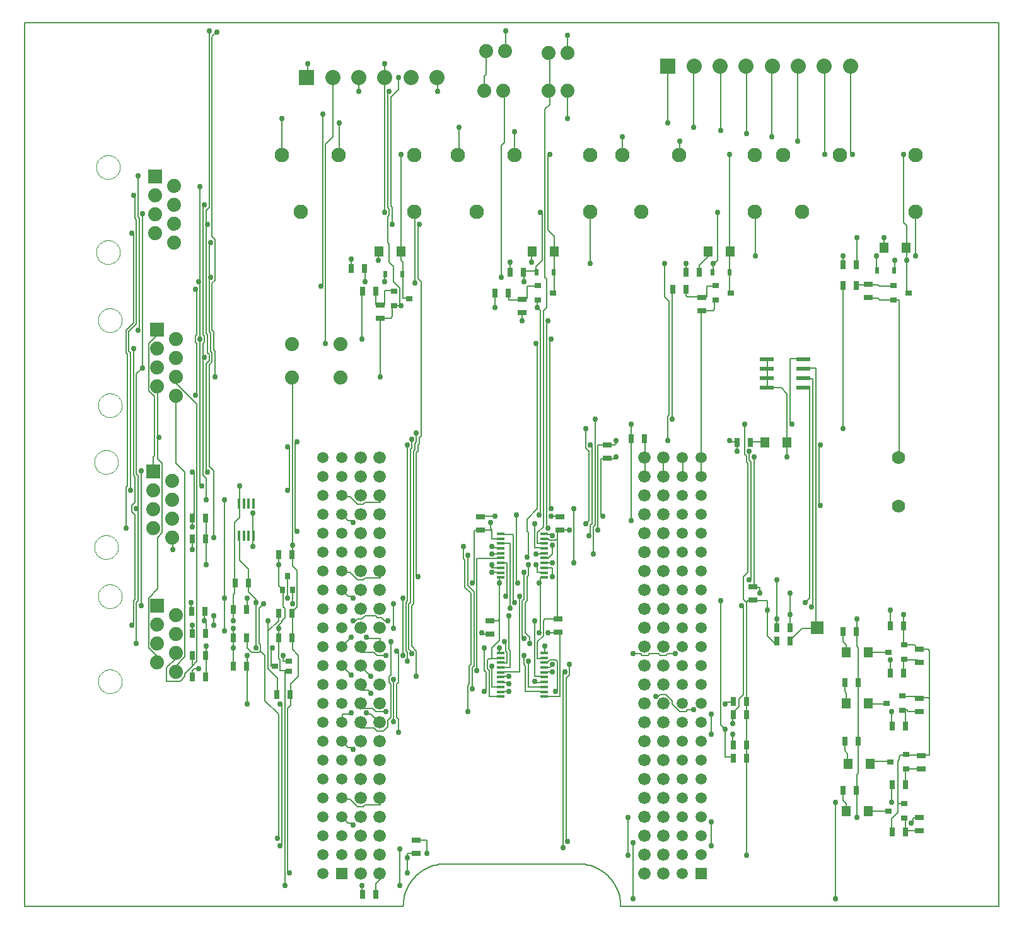
<source format=gtl>
G75*
G70*
%OFA0B0*%
%FSLAX24Y24*%
%IPPOS*%
%LPD*%
%AMOC8*
5,1,8,0,0,1.08239X$1,22.5*
%
%ADD10C,0.0660*%
%ADD11R,0.0800X0.0800*%
%ADD12C,0.0800*%
%ADD13C,0.0740*%
%ADD14C,0.0700*%
%ADD15R,0.0740X0.0740*%
%ADD16C,0.0000*%
%ADD17C,0.0768*%
%ADD18R,0.0157X0.0531*%
%ADD19R,0.0315X0.0472*%
%ADD20R,0.0472X0.0315*%
%ADD21R,0.0248X0.0327*%
%ADD22R,0.0354X0.0315*%
%ADD23R,0.0472X0.0551*%
%ADD24R,0.0390X0.0120*%
%ADD25R,0.0709X0.0709*%
%ADD26C,0.0050*%
%ADD27R,0.0591X0.0591*%
%ADD28C,0.0591*%
%ADD29R,0.0780X0.0220*%
%ADD30R,0.0354X0.0276*%
%ADD31R,0.0276X0.0354*%
%ADD32C,0.0060*%
%ADD33C,0.0300*%
D10*
X017875Y007625D03*
X017875Y008625D03*
X017875Y009625D03*
X017875Y010625D03*
X017875Y011625D03*
X017875Y012625D03*
X017875Y013625D03*
X017875Y014625D03*
X017875Y015625D03*
X017875Y016625D03*
X017875Y017625D03*
X017875Y018625D03*
X017875Y019625D03*
X017875Y020625D03*
X017875Y021625D03*
X017875Y022625D03*
X017875Y023625D03*
X017875Y024625D03*
X017875Y025625D03*
X017875Y026625D03*
X017875Y027625D03*
X017875Y028625D03*
X017875Y029625D03*
X018875Y029625D03*
X018875Y028625D03*
X018875Y027625D03*
X018875Y026625D03*
X018875Y025625D03*
X018875Y024625D03*
X018875Y023625D03*
X018875Y022625D03*
X018875Y021625D03*
X018875Y020625D03*
X018875Y019625D03*
X018875Y018625D03*
X018875Y017625D03*
X018875Y016625D03*
X018875Y015625D03*
X018875Y014625D03*
X018875Y013625D03*
X018875Y012625D03*
X018875Y011625D03*
X018875Y010625D03*
X018875Y009625D03*
X018875Y008625D03*
X018875Y007625D03*
X032875Y007625D03*
X032875Y008625D03*
X032875Y009625D03*
X032875Y010625D03*
X032875Y011625D03*
X032875Y012625D03*
X032875Y013625D03*
X032875Y014625D03*
X032875Y015625D03*
X032875Y016625D03*
X032875Y017625D03*
X032875Y018625D03*
X032875Y019625D03*
X032875Y020625D03*
X032875Y021625D03*
X032875Y022625D03*
X032875Y023625D03*
X032875Y024625D03*
X032875Y025625D03*
X032875Y026625D03*
X032875Y027625D03*
X032875Y028625D03*
X032875Y029625D03*
X033875Y029625D03*
X033875Y028625D03*
X033875Y027625D03*
X033875Y026625D03*
X033875Y025625D03*
X033875Y024625D03*
X033875Y023625D03*
X033875Y022625D03*
X033875Y021625D03*
X033875Y020625D03*
X033875Y019625D03*
X033875Y018625D03*
X033875Y017625D03*
X033875Y016625D03*
X033875Y015625D03*
X033875Y014625D03*
X033875Y013625D03*
X033875Y012625D03*
X033875Y011625D03*
X033875Y010625D03*
X033875Y009625D03*
X033875Y008625D03*
X033875Y007625D03*
D11*
X015025Y049725D03*
X034125Y050325D03*
D12*
X035503Y050325D03*
X036881Y050325D03*
X038259Y050325D03*
X039637Y050325D03*
X041015Y050325D03*
X042393Y050325D03*
X043771Y050325D03*
X021915Y049725D03*
X020537Y049725D03*
X019159Y049725D03*
X017781Y049725D03*
X016403Y049725D03*
D13*
X024425Y049025D03*
X025425Y049025D03*
X025525Y051125D03*
X024525Y051125D03*
X027825Y051025D03*
X028825Y051025D03*
X028825Y049025D03*
X027825Y049025D03*
X016805Y035615D03*
X016805Y033835D03*
X014245Y033835D03*
X014245Y035615D03*
X008125Y035875D03*
X008125Y034875D03*
X008125Y033875D03*
X008125Y032875D03*
X007125Y033375D03*
X007125Y034375D03*
X007125Y035375D03*
X008025Y040975D03*
X008025Y041975D03*
X008025Y042975D03*
X008025Y043975D03*
X007025Y043475D03*
X007025Y042475D03*
X007025Y041475D03*
X007925Y028375D03*
X007925Y027375D03*
X007925Y026375D03*
X007925Y025375D03*
X006925Y025875D03*
X006925Y026875D03*
X006925Y027875D03*
X008125Y021275D03*
X008125Y020275D03*
X008125Y019275D03*
X008125Y018275D03*
X007125Y018775D03*
X007125Y019775D03*
X007125Y020775D03*
D14*
X046325Y027045D03*
X046325Y029605D03*
D15*
X006925Y028875D03*
X007125Y021775D03*
X007125Y036375D03*
X007025Y044475D03*
D16*
X003895Y044975D02*
X003897Y045025D01*
X003903Y045075D01*
X003913Y045124D01*
X003927Y045172D01*
X003944Y045219D01*
X003965Y045264D01*
X003990Y045308D01*
X004018Y045349D01*
X004050Y045388D01*
X004084Y045425D01*
X004121Y045459D01*
X004161Y045489D01*
X004203Y045516D01*
X004247Y045540D01*
X004293Y045561D01*
X004340Y045577D01*
X004388Y045590D01*
X004438Y045599D01*
X004487Y045604D01*
X004538Y045605D01*
X004588Y045602D01*
X004637Y045595D01*
X004686Y045584D01*
X004734Y045569D01*
X004780Y045551D01*
X004825Y045529D01*
X004868Y045503D01*
X004909Y045474D01*
X004948Y045442D01*
X004984Y045407D01*
X005016Y045369D01*
X005046Y045329D01*
X005073Y045286D01*
X005096Y045242D01*
X005115Y045196D01*
X005131Y045148D01*
X005143Y045099D01*
X005151Y045050D01*
X005155Y045000D01*
X005155Y044950D01*
X005151Y044900D01*
X005143Y044851D01*
X005131Y044802D01*
X005115Y044754D01*
X005096Y044708D01*
X005073Y044664D01*
X005046Y044621D01*
X005016Y044581D01*
X004984Y044543D01*
X004948Y044508D01*
X004909Y044476D01*
X004868Y044447D01*
X004825Y044421D01*
X004780Y044399D01*
X004734Y044381D01*
X004686Y044366D01*
X004637Y044355D01*
X004588Y044348D01*
X004538Y044345D01*
X004487Y044346D01*
X004438Y044351D01*
X004388Y044360D01*
X004340Y044373D01*
X004293Y044389D01*
X004247Y044410D01*
X004203Y044434D01*
X004161Y044461D01*
X004121Y044491D01*
X004084Y044525D01*
X004050Y044562D01*
X004018Y044601D01*
X003990Y044642D01*
X003965Y044686D01*
X003944Y044731D01*
X003927Y044778D01*
X003913Y044826D01*
X003903Y044875D01*
X003897Y044925D01*
X003895Y044975D01*
X003895Y040475D02*
X003897Y040525D01*
X003903Y040575D01*
X003913Y040624D01*
X003927Y040672D01*
X003944Y040719D01*
X003965Y040764D01*
X003990Y040808D01*
X004018Y040849D01*
X004050Y040888D01*
X004084Y040925D01*
X004121Y040959D01*
X004161Y040989D01*
X004203Y041016D01*
X004247Y041040D01*
X004293Y041061D01*
X004340Y041077D01*
X004388Y041090D01*
X004438Y041099D01*
X004487Y041104D01*
X004538Y041105D01*
X004588Y041102D01*
X004637Y041095D01*
X004686Y041084D01*
X004734Y041069D01*
X004780Y041051D01*
X004825Y041029D01*
X004868Y041003D01*
X004909Y040974D01*
X004948Y040942D01*
X004984Y040907D01*
X005016Y040869D01*
X005046Y040829D01*
X005073Y040786D01*
X005096Y040742D01*
X005115Y040696D01*
X005131Y040648D01*
X005143Y040599D01*
X005151Y040550D01*
X005155Y040500D01*
X005155Y040450D01*
X005151Y040400D01*
X005143Y040351D01*
X005131Y040302D01*
X005115Y040254D01*
X005096Y040208D01*
X005073Y040164D01*
X005046Y040121D01*
X005016Y040081D01*
X004984Y040043D01*
X004948Y040008D01*
X004909Y039976D01*
X004868Y039947D01*
X004825Y039921D01*
X004780Y039899D01*
X004734Y039881D01*
X004686Y039866D01*
X004637Y039855D01*
X004588Y039848D01*
X004538Y039845D01*
X004487Y039846D01*
X004438Y039851D01*
X004388Y039860D01*
X004340Y039873D01*
X004293Y039889D01*
X004247Y039910D01*
X004203Y039934D01*
X004161Y039961D01*
X004121Y039991D01*
X004084Y040025D01*
X004050Y040062D01*
X004018Y040101D01*
X003990Y040142D01*
X003965Y040186D01*
X003944Y040231D01*
X003927Y040278D01*
X003913Y040326D01*
X003903Y040375D01*
X003897Y040425D01*
X003895Y040475D01*
X003995Y036875D02*
X003997Y036925D01*
X004003Y036975D01*
X004013Y037024D01*
X004027Y037072D01*
X004044Y037119D01*
X004065Y037164D01*
X004090Y037208D01*
X004118Y037249D01*
X004150Y037288D01*
X004184Y037325D01*
X004221Y037359D01*
X004261Y037389D01*
X004303Y037416D01*
X004347Y037440D01*
X004393Y037461D01*
X004440Y037477D01*
X004488Y037490D01*
X004538Y037499D01*
X004587Y037504D01*
X004638Y037505D01*
X004688Y037502D01*
X004737Y037495D01*
X004786Y037484D01*
X004834Y037469D01*
X004880Y037451D01*
X004925Y037429D01*
X004968Y037403D01*
X005009Y037374D01*
X005048Y037342D01*
X005084Y037307D01*
X005116Y037269D01*
X005146Y037229D01*
X005173Y037186D01*
X005196Y037142D01*
X005215Y037096D01*
X005231Y037048D01*
X005243Y036999D01*
X005251Y036950D01*
X005255Y036900D01*
X005255Y036850D01*
X005251Y036800D01*
X005243Y036751D01*
X005231Y036702D01*
X005215Y036654D01*
X005196Y036608D01*
X005173Y036564D01*
X005146Y036521D01*
X005116Y036481D01*
X005084Y036443D01*
X005048Y036408D01*
X005009Y036376D01*
X004968Y036347D01*
X004925Y036321D01*
X004880Y036299D01*
X004834Y036281D01*
X004786Y036266D01*
X004737Y036255D01*
X004688Y036248D01*
X004638Y036245D01*
X004587Y036246D01*
X004538Y036251D01*
X004488Y036260D01*
X004440Y036273D01*
X004393Y036289D01*
X004347Y036310D01*
X004303Y036334D01*
X004261Y036361D01*
X004221Y036391D01*
X004184Y036425D01*
X004150Y036462D01*
X004118Y036501D01*
X004090Y036542D01*
X004065Y036586D01*
X004044Y036631D01*
X004027Y036678D01*
X004013Y036726D01*
X004003Y036775D01*
X003997Y036825D01*
X003995Y036875D01*
X003995Y032375D02*
X003997Y032425D01*
X004003Y032475D01*
X004013Y032524D01*
X004027Y032572D01*
X004044Y032619D01*
X004065Y032664D01*
X004090Y032708D01*
X004118Y032749D01*
X004150Y032788D01*
X004184Y032825D01*
X004221Y032859D01*
X004261Y032889D01*
X004303Y032916D01*
X004347Y032940D01*
X004393Y032961D01*
X004440Y032977D01*
X004488Y032990D01*
X004538Y032999D01*
X004587Y033004D01*
X004638Y033005D01*
X004688Y033002D01*
X004737Y032995D01*
X004786Y032984D01*
X004834Y032969D01*
X004880Y032951D01*
X004925Y032929D01*
X004968Y032903D01*
X005009Y032874D01*
X005048Y032842D01*
X005084Y032807D01*
X005116Y032769D01*
X005146Y032729D01*
X005173Y032686D01*
X005196Y032642D01*
X005215Y032596D01*
X005231Y032548D01*
X005243Y032499D01*
X005251Y032450D01*
X005255Y032400D01*
X005255Y032350D01*
X005251Y032300D01*
X005243Y032251D01*
X005231Y032202D01*
X005215Y032154D01*
X005196Y032108D01*
X005173Y032064D01*
X005146Y032021D01*
X005116Y031981D01*
X005084Y031943D01*
X005048Y031908D01*
X005009Y031876D01*
X004968Y031847D01*
X004925Y031821D01*
X004880Y031799D01*
X004834Y031781D01*
X004786Y031766D01*
X004737Y031755D01*
X004688Y031748D01*
X004638Y031745D01*
X004587Y031746D01*
X004538Y031751D01*
X004488Y031760D01*
X004440Y031773D01*
X004393Y031789D01*
X004347Y031810D01*
X004303Y031834D01*
X004261Y031861D01*
X004221Y031891D01*
X004184Y031925D01*
X004150Y031962D01*
X004118Y032001D01*
X004090Y032042D01*
X004065Y032086D01*
X004044Y032131D01*
X004027Y032178D01*
X004013Y032226D01*
X004003Y032275D01*
X003997Y032325D01*
X003995Y032375D01*
X003795Y029375D02*
X003797Y029425D01*
X003803Y029475D01*
X003813Y029524D01*
X003827Y029572D01*
X003844Y029619D01*
X003865Y029664D01*
X003890Y029708D01*
X003918Y029749D01*
X003950Y029788D01*
X003984Y029825D01*
X004021Y029859D01*
X004061Y029889D01*
X004103Y029916D01*
X004147Y029940D01*
X004193Y029961D01*
X004240Y029977D01*
X004288Y029990D01*
X004338Y029999D01*
X004387Y030004D01*
X004438Y030005D01*
X004488Y030002D01*
X004537Y029995D01*
X004586Y029984D01*
X004634Y029969D01*
X004680Y029951D01*
X004725Y029929D01*
X004768Y029903D01*
X004809Y029874D01*
X004848Y029842D01*
X004884Y029807D01*
X004916Y029769D01*
X004946Y029729D01*
X004973Y029686D01*
X004996Y029642D01*
X005015Y029596D01*
X005031Y029548D01*
X005043Y029499D01*
X005051Y029450D01*
X005055Y029400D01*
X005055Y029350D01*
X005051Y029300D01*
X005043Y029251D01*
X005031Y029202D01*
X005015Y029154D01*
X004996Y029108D01*
X004973Y029064D01*
X004946Y029021D01*
X004916Y028981D01*
X004884Y028943D01*
X004848Y028908D01*
X004809Y028876D01*
X004768Y028847D01*
X004725Y028821D01*
X004680Y028799D01*
X004634Y028781D01*
X004586Y028766D01*
X004537Y028755D01*
X004488Y028748D01*
X004438Y028745D01*
X004387Y028746D01*
X004338Y028751D01*
X004288Y028760D01*
X004240Y028773D01*
X004193Y028789D01*
X004147Y028810D01*
X004103Y028834D01*
X004061Y028861D01*
X004021Y028891D01*
X003984Y028925D01*
X003950Y028962D01*
X003918Y029001D01*
X003890Y029042D01*
X003865Y029086D01*
X003844Y029131D01*
X003827Y029178D01*
X003813Y029226D01*
X003803Y029275D01*
X003797Y029325D01*
X003795Y029375D01*
X003795Y024875D02*
X003797Y024925D01*
X003803Y024975D01*
X003813Y025024D01*
X003827Y025072D01*
X003844Y025119D01*
X003865Y025164D01*
X003890Y025208D01*
X003918Y025249D01*
X003950Y025288D01*
X003984Y025325D01*
X004021Y025359D01*
X004061Y025389D01*
X004103Y025416D01*
X004147Y025440D01*
X004193Y025461D01*
X004240Y025477D01*
X004288Y025490D01*
X004338Y025499D01*
X004387Y025504D01*
X004438Y025505D01*
X004488Y025502D01*
X004537Y025495D01*
X004586Y025484D01*
X004634Y025469D01*
X004680Y025451D01*
X004725Y025429D01*
X004768Y025403D01*
X004809Y025374D01*
X004848Y025342D01*
X004884Y025307D01*
X004916Y025269D01*
X004946Y025229D01*
X004973Y025186D01*
X004996Y025142D01*
X005015Y025096D01*
X005031Y025048D01*
X005043Y024999D01*
X005051Y024950D01*
X005055Y024900D01*
X005055Y024850D01*
X005051Y024800D01*
X005043Y024751D01*
X005031Y024702D01*
X005015Y024654D01*
X004996Y024608D01*
X004973Y024564D01*
X004946Y024521D01*
X004916Y024481D01*
X004884Y024443D01*
X004848Y024408D01*
X004809Y024376D01*
X004768Y024347D01*
X004725Y024321D01*
X004680Y024299D01*
X004634Y024281D01*
X004586Y024266D01*
X004537Y024255D01*
X004488Y024248D01*
X004438Y024245D01*
X004387Y024246D01*
X004338Y024251D01*
X004288Y024260D01*
X004240Y024273D01*
X004193Y024289D01*
X004147Y024310D01*
X004103Y024334D01*
X004061Y024361D01*
X004021Y024391D01*
X003984Y024425D01*
X003950Y024462D01*
X003918Y024501D01*
X003890Y024542D01*
X003865Y024586D01*
X003844Y024631D01*
X003827Y024678D01*
X003813Y024726D01*
X003803Y024775D01*
X003797Y024825D01*
X003795Y024875D01*
X003995Y022275D02*
X003997Y022325D01*
X004003Y022375D01*
X004013Y022424D01*
X004027Y022472D01*
X004044Y022519D01*
X004065Y022564D01*
X004090Y022608D01*
X004118Y022649D01*
X004150Y022688D01*
X004184Y022725D01*
X004221Y022759D01*
X004261Y022789D01*
X004303Y022816D01*
X004347Y022840D01*
X004393Y022861D01*
X004440Y022877D01*
X004488Y022890D01*
X004538Y022899D01*
X004587Y022904D01*
X004638Y022905D01*
X004688Y022902D01*
X004737Y022895D01*
X004786Y022884D01*
X004834Y022869D01*
X004880Y022851D01*
X004925Y022829D01*
X004968Y022803D01*
X005009Y022774D01*
X005048Y022742D01*
X005084Y022707D01*
X005116Y022669D01*
X005146Y022629D01*
X005173Y022586D01*
X005196Y022542D01*
X005215Y022496D01*
X005231Y022448D01*
X005243Y022399D01*
X005251Y022350D01*
X005255Y022300D01*
X005255Y022250D01*
X005251Y022200D01*
X005243Y022151D01*
X005231Y022102D01*
X005215Y022054D01*
X005196Y022008D01*
X005173Y021964D01*
X005146Y021921D01*
X005116Y021881D01*
X005084Y021843D01*
X005048Y021808D01*
X005009Y021776D01*
X004968Y021747D01*
X004925Y021721D01*
X004880Y021699D01*
X004834Y021681D01*
X004786Y021666D01*
X004737Y021655D01*
X004688Y021648D01*
X004638Y021645D01*
X004587Y021646D01*
X004538Y021651D01*
X004488Y021660D01*
X004440Y021673D01*
X004393Y021689D01*
X004347Y021710D01*
X004303Y021734D01*
X004261Y021761D01*
X004221Y021791D01*
X004184Y021825D01*
X004150Y021862D01*
X004118Y021901D01*
X004090Y021942D01*
X004065Y021986D01*
X004044Y022031D01*
X004027Y022078D01*
X004013Y022126D01*
X004003Y022175D01*
X003997Y022225D01*
X003995Y022275D01*
X003995Y017775D02*
X003997Y017825D01*
X004003Y017875D01*
X004013Y017924D01*
X004027Y017972D01*
X004044Y018019D01*
X004065Y018064D01*
X004090Y018108D01*
X004118Y018149D01*
X004150Y018188D01*
X004184Y018225D01*
X004221Y018259D01*
X004261Y018289D01*
X004303Y018316D01*
X004347Y018340D01*
X004393Y018361D01*
X004440Y018377D01*
X004488Y018390D01*
X004538Y018399D01*
X004587Y018404D01*
X004638Y018405D01*
X004688Y018402D01*
X004737Y018395D01*
X004786Y018384D01*
X004834Y018369D01*
X004880Y018351D01*
X004925Y018329D01*
X004968Y018303D01*
X005009Y018274D01*
X005048Y018242D01*
X005084Y018207D01*
X005116Y018169D01*
X005146Y018129D01*
X005173Y018086D01*
X005196Y018042D01*
X005215Y017996D01*
X005231Y017948D01*
X005243Y017899D01*
X005251Y017850D01*
X005255Y017800D01*
X005255Y017750D01*
X005251Y017700D01*
X005243Y017651D01*
X005231Y017602D01*
X005215Y017554D01*
X005196Y017508D01*
X005173Y017464D01*
X005146Y017421D01*
X005116Y017381D01*
X005084Y017343D01*
X005048Y017308D01*
X005009Y017276D01*
X004968Y017247D01*
X004925Y017221D01*
X004880Y017199D01*
X004834Y017181D01*
X004786Y017166D01*
X004737Y017155D01*
X004688Y017148D01*
X004638Y017145D01*
X004587Y017146D01*
X004538Y017151D01*
X004488Y017160D01*
X004440Y017173D01*
X004393Y017189D01*
X004347Y017210D01*
X004303Y017234D01*
X004261Y017261D01*
X004221Y017291D01*
X004184Y017325D01*
X004150Y017362D01*
X004118Y017401D01*
X004090Y017442D01*
X004065Y017486D01*
X004044Y017531D01*
X004027Y017578D01*
X004013Y017626D01*
X004003Y017675D01*
X003997Y017725D01*
X003995Y017775D01*
D17*
X014725Y042625D03*
X013725Y045625D03*
X016725Y045625D03*
X020725Y045625D03*
X023025Y045625D03*
X026025Y045625D03*
X024025Y042625D03*
X020725Y042625D03*
X030025Y042625D03*
X032725Y042625D03*
X031725Y045625D03*
X030025Y045625D03*
X034725Y045625D03*
X038725Y045625D03*
X040225Y045625D03*
X043225Y045625D03*
X041225Y042625D03*
X038725Y042625D03*
X047225Y042625D03*
X047225Y045625D03*
D18*
X012209Y027181D03*
X011953Y027181D03*
X011697Y027181D03*
X011441Y027181D03*
X011441Y025469D03*
X011697Y025469D03*
X011953Y025469D03*
X012209Y025469D03*
D19*
X013551Y024475D03*
X014259Y024475D03*
X011959Y022975D03*
X011251Y022975D03*
X011151Y021575D03*
X011859Y021575D03*
X011859Y020075D03*
X011151Y020075D03*
X009679Y020305D03*
X008971Y020305D03*
X008961Y019145D03*
X009669Y019145D03*
X009689Y018005D03*
X008981Y018005D03*
X011151Y018575D03*
X011859Y018575D03*
X013451Y017075D03*
X014159Y017075D03*
X014259Y020075D03*
X013551Y020075D03*
X013551Y021375D03*
X014259Y021375D03*
X009639Y021485D03*
X008931Y021485D03*
X008971Y025325D03*
X009679Y025325D03*
X009679Y026425D03*
X008971Y026425D03*
X017971Y038425D03*
X018679Y038425D03*
X018079Y039625D03*
X017371Y039625D03*
X024971Y038325D03*
X025679Y038325D03*
X025771Y039425D03*
X026479Y039425D03*
X034371Y038525D03*
X035079Y038525D03*
X035071Y039425D03*
X035779Y039425D03*
X043371Y039825D03*
X044079Y039825D03*
X044079Y038725D03*
X043371Y038725D03*
X038479Y030425D03*
X037771Y030425D03*
X032879Y030625D03*
X032171Y030625D03*
X039871Y020625D03*
X040579Y020625D03*
X040579Y019925D03*
X039871Y019925D03*
X043371Y020425D03*
X044079Y020425D03*
X045871Y020725D03*
X046579Y020725D03*
X046579Y018225D03*
X045871Y018225D03*
X044179Y017725D03*
X043471Y017725D03*
X045971Y015425D03*
X046679Y015425D03*
X044179Y014625D03*
X043471Y014625D03*
X045971Y012325D03*
X046679Y012325D03*
X046679Y009825D03*
X045971Y009825D03*
X044079Y012025D03*
X043371Y012025D03*
X038279Y013725D03*
X038279Y014425D03*
X037571Y014425D03*
X037571Y013725D03*
X037571Y016025D03*
X037571Y016725D03*
X038279Y016725D03*
X038279Y016025D03*
X018679Y006525D03*
X017971Y006525D03*
D20*
X020825Y008671D03*
X020825Y009379D03*
X024725Y020271D03*
X024725Y020979D03*
X028325Y021079D03*
X028325Y020371D03*
X028425Y025771D03*
X028425Y026479D03*
X030925Y029571D03*
X030925Y030279D03*
X024225Y026479D03*
X024225Y025771D03*
X026425Y037271D03*
X026425Y037979D03*
X018925Y037679D03*
X018925Y036971D03*
X035925Y037371D03*
X035925Y038079D03*
X044725Y038071D03*
X044725Y038779D03*
X038625Y022779D03*
X038625Y022071D03*
X047425Y019479D03*
X047425Y018771D03*
X047425Y016879D03*
X047425Y016171D03*
X047525Y013859D03*
X047525Y013151D03*
X047425Y010579D03*
X047425Y009871D03*
D21*
X046078Y039525D03*
X045172Y039525D03*
X037378Y039425D03*
X036472Y039425D03*
X028078Y039425D03*
X027172Y039425D03*
X020078Y039325D03*
X019172Y039325D03*
D22*
X019631Y038399D03*
X019631Y037651D03*
X020458Y038025D03*
X027231Y037951D03*
X027231Y038699D03*
X028058Y038325D03*
X036631Y037951D03*
X036631Y038699D03*
X037458Y038325D03*
X046031Y037951D03*
X046031Y038699D03*
X046858Y038325D03*
X046619Y019699D03*
X046619Y018951D03*
X045792Y019325D03*
X046519Y016999D03*
X045692Y016625D03*
X046519Y016251D03*
X046719Y013899D03*
X046719Y013151D03*
X045892Y013525D03*
X046619Y011299D03*
X046619Y010551D03*
X045792Y010925D03*
D23*
X044716Y010925D03*
X043534Y010925D03*
X043634Y013425D03*
X044816Y013425D03*
X044716Y016625D03*
X043534Y016625D03*
X043534Y019325D03*
X044716Y019325D03*
X040416Y030425D03*
X039234Y030425D03*
X037416Y040525D03*
X036234Y040525D03*
X028116Y040525D03*
X026934Y040525D03*
X020016Y040525D03*
X018834Y040525D03*
X045534Y040725D03*
X046716Y040725D03*
D24*
X027574Y025577D03*
X027574Y025321D03*
X027574Y025065D03*
X027574Y024809D03*
X027574Y024553D03*
X027574Y024297D03*
X027574Y024041D03*
X027574Y023785D03*
X027574Y023529D03*
X027574Y023273D03*
X025276Y023273D03*
X025276Y023529D03*
X025276Y023785D03*
X025276Y024041D03*
X025276Y024297D03*
X025276Y024553D03*
X025276Y024809D03*
X025276Y025065D03*
X025276Y025321D03*
X025276Y025577D03*
X025276Y019277D03*
X025276Y019021D03*
X025276Y018765D03*
X025276Y018509D03*
X025276Y018253D03*
X025276Y017997D03*
X025276Y017741D03*
X025276Y017485D03*
X025276Y017229D03*
X025276Y016973D03*
X027574Y016973D03*
X027574Y017229D03*
X027574Y017485D03*
X027574Y017741D03*
X027574Y017997D03*
X027574Y018253D03*
X027574Y018509D03*
X027574Y018765D03*
X027574Y019021D03*
X027574Y019277D03*
D25*
X042025Y020625D03*
D26*
X000125Y005875D02*
X000125Y052625D01*
X051625Y052625D01*
X051625Y005875D01*
X031625Y005875D01*
X031622Y005982D01*
X031615Y006089D01*
X031602Y006195D01*
X031584Y006301D01*
X031562Y006405D01*
X031534Y006509D01*
X031501Y006611D01*
X031464Y006711D01*
X031422Y006810D01*
X031375Y006906D01*
X031324Y007000D01*
X031268Y007091D01*
X031208Y007180D01*
X031144Y007266D01*
X031075Y007348D01*
X031003Y007428D01*
X030928Y007503D01*
X030848Y007575D01*
X030766Y007644D01*
X030680Y007708D01*
X030591Y007768D01*
X030500Y007824D01*
X030406Y007875D01*
X030310Y007922D01*
X030211Y007964D01*
X030111Y008001D01*
X030009Y008034D01*
X029905Y008062D01*
X029801Y008084D01*
X029695Y008102D01*
X029589Y008115D01*
X029482Y008122D01*
X029375Y008125D01*
X022375Y008125D01*
X022268Y008122D01*
X022161Y008115D01*
X022055Y008102D01*
X021949Y008084D01*
X021845Y008062D01*
X021741Y008034D01*
X021639Y008001D01*
X021539Y007964D01*
X021440Y007922D01*
X021344Y007875D01*
X021250Y007824D01*
X021159Y007768D01*
X021070Y007708D01*
X020984Y007644D01*
X020902Y007575D01*
X020822Y007503D01*
X020747Y007428D01*
X020675Y007348D01*
X020606Y007266D01*
X020542Y007180D01*
X020482Y007091D01*
X020426Y007000D01*
X020375Y006906D01*
X020328Y006810D01*
X020286Y006711D01*
X020249Y006611D01*
X020216Y006509D01*
X020188Y006405D01*
X020166Y006301D01*
X020148Y006195D01*
X020135Y006089D01*
X020128Y005982D01*
X020125Y005875D01*
X000125Y005875D01*
D27*
X016875Y007625D03*
X035875Y007625D03*
D28*
X035875Y008625D03*
X035875Y009625D03*
X035875Y010625D03*
X035875Y011625D03*
X035875Y012625D03*
X035875Y013625D03*
X035875Y014625D03*
X035875Y015625D03*
X035875Y016625D03*
X035875Y017625D03*
X035875Y018625D03*
X035875Y019625D03*
X035875Y020625D03*
X035875Y021625D03*
X035875Y022625D03*
X035875Y023625D03*
X035875Y024625D03*
X035875Y025625D03*
X035875Y026625D03*
X035875Y027625D03*
X035875Y028625D03*
X035875Y029625D03*
X034875Y029625D03*
X034875Y028625D03*
X034875Y027625D03*
X034875Y026625D03*
X034875Y025625D03*
X034875Y024625D03*
X034875Y023625D03*
X034875Y022625D03*
X034875Y021625D03*
X034875Y020625D03*
X034875Y019625D03*
X034875Y018625D03*
X034875Y017625D03*
X034875Y016625D03*
X034875Y015625D03*
X034875Y014625D03*
X034875Y013625D03*
X034875Y012625D03*
X034875Y011625D03*
X034875Y010625D03*
X034875Y009625D03*
X034875Y008625D03*
X034875Y007625D03*
X016875Y008625D03*
X016875Y009625D03*
X016875Y010625D03*
X016875Y011625D03*
X016875Y012625D03*
X016875Y013625D03*
X016875Y014625D03*
X016875Y015625D03*
X016875Y016625D03*
X016875Y017625D03*
X016875Y018625D03*
X016875Y019625D03*
X016875Y020625D03*
X016875Y021625D03*
X016875Y022625D03*
X016875Y023625D03*
X016875Y024625D03*
X016875Y025625D03*
X016875Y026625D03*
X016875Y027625D03*
X016875Y028625D03*
X016875Y029625D03*
X015875Y029625D03*
X015875Y028625D03*
X015875Y027625D03*
X015875Y026625D03*
X015875Y025625D03*
X015875Y024625D03*
X015875Y023625D03*
X015875Y022625D03*
X015875Y021625D03*
X015875Y020625D03*
X015875Y019625D03*
X015875Y018625D03*
X015875Y017625D03*
X015875Y016625D03*
X015875Y015625D03*
X015875Y014625D03*
X015875Y013625D03*
X015875Y012625D03*
X015875Y011625D03*
X015875Y010625D03*
X015875Y009625D03*
X015875Y008625D03*
X015875Y007625D03*
D29*
X039335Y033325D03*
X039335Y033825D03*
X039335Y034325D03*
X039335Y034825D03*
X041275Y034825D03*
X041275Y034325D03*
X041275Y033825D03*
X041275Y033325D03*
D30*
X014079Y018831D03*
X014079Y018319D03*
X013331Y018575D03*
D31*
X013749Y022601D03*
X014261Y022601D03*
X014005Y023349D03*
D32*
X014025Y023315D01*
X014025Y022195D01*
X014265Y021875D02*
X014265Y022595D01*
X014261Y022601D01*
X013785Y022595D02*
X013785Y021715D01*
X013865Y021635D01*
X013865Y021155D01*
X013705Y020995D01*
X013705Y020915D01*
X013545Y020755D01*
X013545Y020595D01*
X013545Y020115D01*
X013551Y020075D01*
X013545Y020035D01*
X013545Y018995D01*
X013625Y018915D01*
X013625Y018355D01*
X013865Y018355D01*
X013865Y006995D01*
X014105Y007635D02*
X014025Y007715D01*
X014025Y016355D01*
X014185Y016515D01*
X014185Y017075D01*
X014159Y017075D01*
X014185Y017075D02*
X014185Y017635D01*
X014585Y018035D01*
X014585Y019155D01*
X014265Y019475D01*
X014265Y020035D01*
X014259Y020075D01*
X014265Y020115D01*
X014265Y021315D01*
X014259Y021375D01*
X014265Y021395D01*
X014265Y021475D01*
X014505Y021715D01*
X014505Y023635D01*
X014265Y023875D01*
X014265Y024435D01*
X014259Y024475D01*
X014265Y024515D01*
X014265Y024995D01*
X014265Y033795D01*
X014245Y033835D01*
X016025Y035635D02*
X016025Y046195D01*
X016425Y046595D01*
X016425Y049715D01*
X016403Y049725D01*
X015065Y049795D02*
X015025Y049725D01*
X015065Y049795D02*
X015065Y050435D01*
X015865Y047795D02*
X015865Y038755D01*
X015785Y038675D01*
X017371Y039625D02*
X017385Y039635D01*
X017385Y040115D01*
X018079Y039625D02*
X018105Y039555D01*
X018105Y038915D01*
X017971Y038425D02*
X017945Y038355D01*
X017945Y035875D01*
X018905Y036915D02*
X018925Y036971D01*
X018985Y036995D01*
X019465Y036995D01*
X019545Y037075D01*
X019545Y037635D01*
X019625Y037635D01*
X019631Y037651D01*
X019705Y037635D01*
X019945Y037635D01*
X020025Y037635D01*
X019945Y037635D02*
X019945Y038595D01*
X019625Y038915D01*
X019625Y039715D01*
X019385Y039955D01*
X019385Y040915D01*
X019305Y040995D01*
X019305Y042355D01*
X019385Y042435D01*
X019385Y042755D01*
X019305Y042835D01*
X019305Y048915D01*
X019385Y048995D01*
X019465Y048675D02*
X019865Y049075D01*
X019865Y049715D01*
X019159Y049725D02*
X019145Y049715D01*
X019145Y042595D01*
X019465Y042915D02*
X019465Y048675D01*
X019159Y049725D02*
X019145Y049795D01*
X019145Y050435D01*
X017781Y049725D02*
X017785Y049715D01*
X017785Y048995D01*
X016745Y047315D02*
X016745Y045635D01*
X016725Y045625D01*
X019465Y042915D02*
X019545Y042835D01*
X019545Y041955D01*
X020725Y042625D02*
X020745Y042595D01*
X020745Y038835D01*
X020905Y039075D02*
X021065Y038915D01*
X021065Y030755D01*
X020985Y030675D01*
X020985Y030355D01*
X020905Y030275D01*
X020905Y029955D01*
X020825Y029875D01*
X020825Y023395D01*
X020905Y023315D01*
X020105Y022195D02*
X020105Y019155D01*
X019865Y019315D02*
X019865Y017715D01*
X019785Y017635D01*
X019785Y015875D01*
X019865Y015795D01*
X019865Y015075D01*
X019625Y015635D02*
X019625Y017875D01*
X019465Y017635D02*
X019465Y015875D01*
X019305Y015715D01*
X019305Y015395D01*
X019065Y015155D01*
X018745Y015155D01*
X018585Y015315D01*
X017865Y015315D01*
X017865Y015555D01*
X017875Y015625D01*
X018185Y016035D02*
X018185Y016115D01*
X018185Y016035D02*
X018425Y016035D01*
X018825Y015635D01*
X018875Y015625D01*
X018665Y016195D02*
X018505Y016355D01*
X017865Y016355D01*
X017865Y016595D01*
X017875Y016625D01*
X017865Y017315D02*
X017865Y017555D01*
X017875Y017625D01*
X017865Y017315D02*
X018265Y017315D01*
X018425Y017155D01*
X018425Y018035D02*
X017945Y018515D01*
X017865Y018515D01*
X017865Y018595D01*
X017875Y018625D01*
X017865Y019315D02*
X017865Y019555D01*
X017875Y019625D01*
X017865Y019315D02*
X018585Y019315D01*
X018745Y019155D01*
X019225Y019155D01*
X018905Y019635D02*
X018875Y019625D01*
X018905Y019635D02*
X018905Y020035D01*
X018265Y020035D01*
X018185Y020115D01*
X017945Y021075D02*
X017705Y021075D01*
X017625Y020995D01*
X017465Y020995D01*
X017945Y021075D02*
X018105Y021235D01*
X018665Y021235D01*
X018745Y021155D01*
X018985Y021155D01*
X019145Y020995D01*
X019305Y020995D01*
X019625Y020595D02*
X019625Y021875D01*
X020265Y021955D02*
X020345Y022035D01*
X020345Y030275D01*
X020585Y030115D02*
X020585Y030595D01*
X020825Y030435D02*
X020825Y030915D01*
X020825Y030435D02*
X020745Y030355D01*
X020745Y030035D01*
X020665Y029955D01*
X020665Y021875D01*
X020585Y021795D01*
X020585Y019635D01*
X020825Y019395D01*
X020825Y018035D01*
X020345Y018835D02*
X020345Y019315D01*
X020265Y019395D01*
X020265Y021955D01*
X020425Y021875D02*
X020505Y021955D01*
X020505Y030035D01*
X020585Y030115D01*
X018875Y027625D02*
X018905Y027555D01*
X018905Y027235D01*
X018105Y027235D01*
X018025Y027155D01*
X017705Y027155D01*
X017305Y027555D01*
X016905Y027555D01*
X016875Y027625D01*
X016875Y026625D02*
X017225Y026275D01*
X017465Y026275D01*
X017465Y026195D01*
X016875Y023625D02*
X016905Y023555D01*
X017305Y023555D01*
X017705Y023155D01*
X018025Y023155D01*
X018105Y023235D01*
X018905Y023235D01*
X018905Y023555D01*
X018875Y023625D01*
X017465Y022275D02*
X017465Y022195D01*
X017465Y022275D02*
X017225Y022275D01*
X016875Y022625D01*
X017385Y020115D02*
X016905Y019635D01*
X016875Y019625D01*
X016875Y018625D02*
X017385Y018115D01*
X017385Y016115D02*
X017305Y016035D01*
X016905Y016035D01*
X016905Y015635D01*
X016875Y015625D01*
X016875Y014625D02*
X017225Y014275D01*
X017465Y014275D01*
X017465Y014195D01*
X018665Y016195D02*
X019225Y016195D01*
X019465Y017635D02*
X019385Y017715D01*
X019385Y018035D01*
X019465Y018115D01*
X019465Y019875D01*
X019785Y019395D02*
X019865Y019315D01*
X020425Y019475D02*
X020425Y021875D01*
X020425Y019475D02*
X020505Y019395D01*
X020505Y019315D01*
X020585Y019235D01*
X023625Y018595D02*
X023625Y017635D01*
X023545Y017555D01*
X023545Y016195D01*
X023785Y017395D02*
X023785Y018515D01*
X023865Y018595D01*
X023865Y022515D01*
X023545Y022835D01*
X023545Y024435D01*
X023385Y024195D02*
X023305Y024275D01*
X023305Y024915D01*
X024025Y024275D02*
X024025Y018355D01*
X024425Y018355D02*
X024425Y019555D01*
X024825Y019555D02*
X025225Y019955D01*
X025225Y021075D01*
X025145Y020995D01*
X024745Y020995D01*
X024725Y020979D01*
X025225Y021075D02*
X025225Y022995D01*
X025225Y023235D01*
X025276Y023273D01*
X025276Y023529D02*
X025225Y023555D01*
X024825Y023555D01*
X024825Y023795D02*
X024825Y023955D01*
X024825Y023795D02*
X025225Y023795D01*
X025276Y023785D01*
X025305Y024035D02*
X025276Y024041D01*
X025305Y024035D02*
X025625Y024035D01*
X025625Y022355D01*
X025545Y022275D01*
X025945Y022035D02*
X026025Y021955D01*
X025945Y022035D02*
X025945Y025555D01*
X025305Y025555D01*
X025276Y025577D01*
X025276Y025321D02*
X025225Y025315D01*
X024825Y025315D01*
X024825Y025715D01*
X024825Y025795D01*
X024745Y025875D01*
X024745Y026195D01*
X024745Y025795D02*
X024265Y025795D01*
X024225Y025771D01*
X024185Y025795D01*
X023945Y025795D01*
X023865Y025715D01*
X023865Y023075D01*
X023785Y022995D01*
X023385Y022755D02*
X023705Y022435D01*
X023705Y018675D01*
X023625Y018595D01*
X024425Y018355D02*
X024505Y018275D01*
X024505Y017235D01*
X024425Y017235D01*
X024665Y016995D02*
X024665Y018355D01*
X024585Y018435D01*
X024585Y018915D01*
X024665Y018995D01*
X024825Y018995D01*
X024825Y019555D01*
X025225Y019555D02*
X025225Y019315D01*
X025276Y019277D01*
X025276Y019021D02*
X025225Y018995D01*
X024825Y018995D01*
X024825Y018595D02*
X024825Y017475D01*
X025225Y017475D01*
X025276Y017485D01*
X025305Y017715D02*
X025276Y017741D01*
X025305Y017715D02*
X025625Y017715D01*
X025705Y017635D01*
X025705Y017235D02*
X025305Y017235D01*
X025276Y017229D01*
X025225Y016995D02*
X025276Y016973D01*
X025225Y016995D02*
X024665Y016995D01*
X025276Y017997D02*
X025305Y018035D01*
X025705Y018035D01*
X025305Y018275D02*
X025276Y018253D01*
X025305Y018275D02*
X026265Y018275D01*
X026265Y022275D01*
X026425Y022035D02*
X026425Y020115D01*
X026505Y020035D01*
X026825Y020115D02*
X026825Y019795D01*
X026825Y020115D02*
X026585Y020355D01*
X026585Y021955D01*
X026665Y022035D01*
X026665Y023315D01*
X026745Y023395D01*
X026745Y023955D01*
X027145Y023955D02*
X027225Y023875D01*
X027225Y023555D01*
X027545Y023555D01*
X027574Y023529D01*
X027574Y023273D02*
X027545Y023235D01*
X027385Y023235D01*
X027385Y022995D01*
X027305Y022995D01*
X027385Y022995D02*
X027385Y020435D01*
X027305Y020355D01*
X027545Y020195D02*
X027225Y019875D01*
X027225Y018995D01*
X027545Y018995D01*
X027574Y019021D01*
X027574Y019277D02*
X027625Y019315D01*
X027625Y019635D01*
X027545Y020195D02*
X027545Y020995D01*
X027625Y021075D01*
X028265Y021075D01*
X028325Y021079D01*
X028265Y021155D01*
X028265Y025315D01*
X028265Y025795D01*
X028425Y025795D01*
X028425Y025771D01*
X028425Y025795D02*
X028905Y025795D01*
X028265Y025315D02*
X028185Y025235D01*
X027865Y025235D01*
X027785Y025315D01*
X027625Y025315D01*
X027574Y025321D01*
X027625Y025555D02*
X027574Y025577D01*
X027625Y025555D02*
X028025Y025555D01*
X028025Y025475D01*
X027785Y025875D02*
X027705Y025955D01*
X027705Y036755D01*
X027785Y036835D01*
X027545Y037395D02*
X027705Y037555D01*
X027705Y039075D01*
X027625Y039155D01*
X027625Y048035D01*
X027865Y048275D01*
X027865Y048995D01*
X027825Y049025D01*
X027865Y049075D01*
X027865Y050995D01*
X027825Y051025D01*
X028825Y051025D02*
X028825Y051955D01*
X028825Y049025D02*
X028825Y047555D01*
X027865Y045635D02*
X027785Y045555D01*
X027785Y041635D01*
X028105Y041315D01*
X028105Y040595D01*
X028116Y040525D01*
X028105Y040515D01*
X028105Y039475D01*
X028078Y039425D01*
X028105Y039395D01*
X028105Y038355D01*
X028058Y038325D01*
X027225Y038675D02*
X027231Y038699D01*
X027225Y038675D02*
X026665Y038675D01*
X026665Y038035D01*
X026585Y037955D01*
X026425Y037955D01*
X026425Y037979D01*
X026425Y037955D02*
X025705Y037955D01*
X025705Y038275D01*
X025679Y038325D01*
X024985Y038275D02*
X024985Y037555D01*
X024985Y038275D02*
X024971Y038325D01*
X025305Y039155D02*
X025305Y046115D01*
X025465Y046275D01*
X025465Y048995D01*
X025425Y049025D01*
X024425Y049025D02*
X024425Y049795D01*
X024505Y049875D01*
X024505Y051075D01*
X024525Y051125D01*
X025525Y051125D02*
X025545Y051155D01*
X025545Y052195D01*
X021945Y049715D02*
X021945Y048995D01*
X021945Y049715D02*
X021915Y049725D01*
X023065Y047075D02*
X023065Y045635D01*
X023025Y045625D01*
X026025Y045625D02*
X026025Y046835D01*
X027385Y042595D02*
X027465Y042515D01*
X027465Y040035D01*
X027145Y039715D01*
X027145Y039475D01*
X027172Y039425D01*
X027145Y039475D02*
X026505Y039475D01*
X026479Y039425D01*
X026505Y039395D01*
X026505Y038915D01*
X025771Y039425D02*
X025785Y039475D01*
X025785Y039955D01*
X026905Y039955D02*
X026905Y040515D01*
X026934Y040525D01*
X027231Y037951D02*
X027225Y037875D01*
X027225Y037555D01*
X027385Y037395D01*
X027385Y026675D01*
X027305Y026595D01*
X027225Y026915D02*
X026665Y026355D01*
X026665Y025715D01*
X026745Y025635D01*
X026745Y024435D01*
X026665Y024355D01*
X027145Y024515D02*
X027545Y024515D01*
X027574Y024553D01*
X027574Y024809D02*
X027545Y024835D01*
X027065Y024835D01*
X027065Y026115D01*
X027545Y025955D02*
X027225Y025635D01*
X027225Y025075D01*
X027545Y025075D01*
X027574Y025065D01*
X028025Y024995D02*
X028025Y024515D01*
X027785Y024275D01*
X027625Y024275D01*
X027574Y024297D01*
X027574Y024041D02*
X027625Y024035D01*
X028025Y024035D01*
X028025Y023795D02*
X028025Y023315D01*
X028025Y023795D02*
X027625Y023795D01*
X027574Y023785D01*
X026505Y023555D02*
X026505Y022115D01*
X026425Y022035D01*
X025785Y021635D02*
X025785Y025075D01*
X025305Y025075D01*
X025276Y025065D01*
X025225Y024835D02*
X025276Y024809D01*
X025225Y024835D02*
X024825Y024835D01*
X024825Y024915D01*
X024825Y024515D02*
X025225Y024515D01*
X025276Y024553D01*
X025276Y024297D02*
X025225Y024275D01*
X024025Y024275D01*
X023385Y024195D02*
X023385Y022755D01*
X025705Y021235D02*
X025705Y019475D01*
X025785Y019395D01*
X025785Y018515D01*
X025305Y018515D01*
X025276Y018509D01*
X025305Y018755D02*
X025276Y018765D01*
X025305Y018755D02*
X025625Y018755D01*
X025625Y019315D01*
X025545Y019395D01*
X025545Y019795D01*
X025465Y019875D01*
X024725Y020271D02*
X024665Y020275D01*
X024265Y020275D01*
X024265Y020355D01*
X026505Y019155D02*
X026505Y018675D01*
X026585Y018595D01*
X026585Y017235D01*
X027545Y017235D01*
X027574Y017229D01*
X027625Y016995D02*
X027574Y016973D01*
X027625Y016995D02*
X028425Y016995D01*
X028425Y020355D01*
X028345Y020435D01*
X028325Y020371D01*
X028265Y020355D01*
X027785Y020355D01*
X027065Y020995D02*
X027065Y018035D01*
X027545Y018035D01*
X027574Y017997D01*
X027574Y017741D02*
X027545Y017715D01*
X027065Y017715D01*
X027065Y017795D01*
X026745Y017475D02*
X026745Y018835D01*
X027574Y018765D02*
X027625Y018755D01*
X027705Y018755D01*
X027865Y018915D01*
X028185Y018915D01*
X028265Y018835D01*
X028265Y017315D01*
X028185Y017235D01*
X027574Y017485D02*
X027545Y017475D01*
X026745Y017475D01*
X027574Y018253D02*
X027625Y018275D01*
X028025Y018275D01*
X027865Y018515D02*
X027625Y018515D01*
X027574Y018509D01*
X027865Y018515D02*
X028025Y018675D01*
X028585Y018195D02*
X028585Y008995D01*
X028825Y009315D02*
X028745Y009395D01*
X028745Y017955D01*
X028905Y018115D01*
X028905Y018675D01*
X028665Y018275D02*
X028585Y018195D01*
X032265Y019235D02*
X032665Y019235D01*
X032745Y019155D01*
X033065Y019155D01*
X033145Y019235D01*
X033625Y019235D01*
X033705Y019155D01*
X034025Y019155D01*
X034105Y019235D01*
X034505Y019235D01*
X034025Y017075D02*
X033705Y017075D01*
X033625Y016995D01*
X033465Y016995D01*
X034025Y017075D02*
X034345Y016755D01*
X034345Y016595D01*
X034745Y016195D01*
X035065Y016195D01*
X035145Y016275D01*
X035465Y016275D01*
X036425Y016035D02*
X036425Y014995D01*
X036905Y015475D02*
X037145Y015235D01*
X037145Y013795D01*
X037545Y013795D01*
X037571Y013725D01*
X038265Y013715D02*
X038279Y013725D01*
X038265Y013795D01*
X038265Y014355D01*
X038279Y014425D01*
X038265Y014435D01*
X038265Y015955D01*
X038279Y016025D01*
X038265Y016035D01*
X038265Y016675D01*
X038279Y016725D01*
X038265Y016755D01*
X038265Y021955D01*
X038105Y022115D01*
X038105Y023315D01*
X038345Y023555D01*
X038345Y029315D01*
X038265Y029395D01*
X038265Y029715D01*
X038185Y029795D01*
X038185Y031395D01*
X038505Y030435D02*
X038479Y030425D01*
X038505Y030435D02*
X039225Y030435D01*
X039234Y030425D01*
X038425Y029955D02*
X038425Y029475D01*
X038505Y029395D01*
X038505Y023235D01*
X038425Y023155D01*
X038665Y022835D02*
X038625Y022779D01*
X038665Y022755D01*
X038985Y022755D01*
X038985Y022435D01*
X038625Y022071D02*
X038585Y022035D01*
X038345Y022035D01*
X038265Y021955D01*
X038105Y021715D02*
X038105Y017075D01*
X037865Y016835D01*
X037865Y016435D01*
X037545Y016115D01*
X037545Y016035D01*
X037571Y016025D01*
X037545Y015955D01*
X037545Y015555D01*
X037545Y014995D02*
X037545Y014435D01*
X037571Y014425D01*
X038265Y013715D02*
X038265Y008595D01*
X036425Y009075D02*
X036425Y010355D01*
X035865Y007635D02*
X035875Y007625D01*
X034905Y007635D02*
X034875Y007625D01*
X032265Y006275D02*
X032265Y009235D01*
X032025Y008595D02*
X032025Y010595D01*
X036905Y015475D02*
X036905Y022035D01*
X038025Y021795D02*
X038105Y021715D01*
X038625Y022071D02*
X038665Y022035D01*
X039385Y022035D01*
X039385Y021555D01*
X039385Y020195D01*
X039785Y019795D01*
X039865Y019795D01*
X039865Y019875D01*
X039871Y019925D01*
X040579Y019925D02*
X040585Y019955D01*
X041225Y020595D01*
X041945Y020595D01*
X042025Y020625D01*
X042025Y020595D01*
X041945Y020595D01*
X041945Y034355D01*
X041305Y034355D01*
X041275Y034325D01*
X041275Y033825D02*
X041305Y033795D01*
X041785Y033795D01*
X041785Y021795D01*
X041705Y021715D01*
X041385Y021955D02*
X041625Y022195D01*
X041625Y033315D01*
X041305Y033315D01*
X041275Y033325D01*
X040425Y032995D02*
X040105Y033315D01*
X039385Y033315D01*
X039335Y033325D01*
X039385Y033395D01*
X039385Y033795D01*
X039335Y033825D01*
X039385Y033875D01*
X039385Y034275D01*
X039335Y034325D01*
X039385Y034355D01*
X039385Y034755D01*
X039335Y034825D01*
X040585Y034835D02*
X040585Y031475D01*
X040665Y031395D01*
X040425Y030435D02*
X040416Y030425D01*
X040425Y030355D01*
X040425Y029635D01*
X040425Y030435D02*
X040425Y032995D01*
X040585Y034835D02*
X041225Y034835D01*
X041275Y034825D01*
X043385Y031155D02*
X043385Y038675D01*
X043371Y038725D01*
X044079Y038725D02*
X044105Y038755D01*
X044665Y038755D01*
X044725Y038779D01*
X044745Y038755D01*
X045225Y038755D01*
X045305Y038675D01*
X046025Y038675D01*
X046031Y038699D01*
X046078Y039525D02*
X046105Y039555D01*
X046105Y040035D01*
X046745Y040035D02*
X046745Y038355D01*
X046825Y038355D01*
X046858Y038325D01*
X046345Y037955D02*
X046345Y029635D01*
X046325Y029605D01*
X042185Y030275D02*
X042105Y030195D01*
X042105Y027155D01*
X042185Y027075D01*
X038665Y029635D02*
X038665Y022835D01*
X039865Y023155D02*
X039865Y021075D01*
X039865Y020675D01*
X039871Y020625D01*
X040579Y020625D02*
X040585Y020675D01*
X040585Y021315D01*
X040585Y022435D01*
X043371Y020425D02*
X043385Y020355D01*
X043385Y019875D01*
X043545Y019715D01*
X043545Y019395D01*
X043534Y019325D01*
X044105Y019635D02*
X044105Y020355D01*
X044079Y020425D01*
X044105Y020435D01*
X044105Y021075D01*
X044105Y019635D02*
X044185Y019555D01*
X044185Y017795D01*
X044179Y017725D01*
X044185Y017715D01*
X044185Y014675D01*
X044179Y014625D01*
X044185Y014595D01*
X044185Y012915D01*
X044105Y012835D01*
X044105Y012035D01*
X044079Y012025D01*
X044105Y011955D01*
X044105Y010595D01*
X043534Y010925D02*
X043545Y010995D01*
X043545Y011315D01*
X043385Y011475D01*
X043385Y011955D01*
X043371Y012025D01*
X042985Y011395D02*
X042985Y006275D01*
X045971Y009825D02*
X045945Y009875D01*
X045945Y010515D01*
X046265Y010835D01*
X046265Y011315D01*
X046265Y013555D01*
X046345Y013635D01*
X046345Y013795D01*
X046425Y013875D01*
X046665Y013875D01*
X046719Y013899D01*
X046745Y013875D01*
X047465Y013875D01*
X047525Y013859D01*
X047545Y013875D01*
X047945Y013875D01*
X047945Y016835D01*
X047945Y019395D01*
X047865Y019475D01*
X047465Y019475D01*
X047425Y019479D01*
X047385Y019475D01*
X047225Y019475D01*
X047225Y019635D01*
X047145Y019715D01*
X046665Y019715D01*
X046619Y019699D01*
X046585Y019715D01*
X046585Y020675D01*
X046579Y020725D01*
X046585Y020755D01*
X046585Y021315D01*
X045865Y021555D02*
X045865Y020755D01*
X045871Y020725D01*
X045792Y019325D02*
X045785Y019315D01*
X044745Y019315D01*
X044716Y019325D01*
X045865Y018915D02*
X045865Y018275D01*
X045871Y018225D01*
X046579Y018225D02*
X046585Y018275D01*
X046585Y018915D01*
X046619Y018951D01*
X046665Y018915D01*
X047305Y018915D01*
X047385Y018835D01*
X047425Y018771D01*
X047145Y016995D02*
X046585Y016995D01*
X046519Y016999D01*
X045692Y016625D02*
X045625Y016595D01*
X044745Y016595D01*
X044716Y016625D01*
X043545Y016675D02*
X043534Y016625D01*
X043545Y016675D02*
X043545Y017155D01*
X043465Y017235D01*
X043465Y017715D01*
X043471Y017725D01*
X045945Y016195D02*
X045945Y015475D01*
X045971Y015425D01*
X046519Y016251D02*
X046665Y016275D01*
X046745Y016275D01*
X046825Y016195D01*
X047385Y016195D01*
X047425Y016171D01*
X047425Y016879D02*
X047465Y016915D01*
X047865Y016915D01*
X047945Y016835D01*
X047425Y016879D02*
X047385Y016915D01*
X047225Y016915D01*
X047145Y016995D01*
X046665Y016275D02*
X046665Y015475D01*
X046679Y015425D01*
X046519Y016251D02*
X046585Y016275D01*
X046665Y016275D01*
X045865Y013555D02*
X044825Y013555D01*
X044825Y013475D01*
X044816Y013425D01*
X045865Y013555D02*
X045892Y013525D01*
X046665Y013075D02*
X046665Y012355D01*
X046679Y012325D01*
X046665Y013075D02*
X046719Y013151D01*
X046745Y013155D01*
X047465Y013155D01*
X047525Y013151D01*
X045971Y012325D02*
X045945Y012275D01*
X045945Y011395D01*
X046265Y011315D02*
X046585Y011315D01*
X046619Y011299D01*
X046619Y010551D02*
X046665Y010515D01*
X046665Y009875D01*
X046679Y009825D01*
X046745Y009875D01*
X047385Y009875D01*
X047425Y009871D01*
X046985Y010275D02*
X047065Y010355D01*
X047065Y010515D01*
X047145Y010595D01*
X047385Y010595D01*
X047425Y010579D01*
X045792Y010925D02*
X045785Y010915D01*
X044745Y010915D01*
X044716Y010925D01*
X043634Y013425D02*
X043625Y013475D01*
X043625Y013955D01*
X043465Y014115D01*
X043465Y014595D01*
X043471Y014625D01*
X037571Y016725D02*
X037545Y016675D01*
X037145Y016675D01*
X037145Y016595D01*
X030185Y024515D02*
X030185Y025955D01*
X030265Y026035D01*
X030265Y031635D01*
X029785Y031155D02*
X029785Y030115D01*
X029945Y029955D01*
X029945Y026275D01*
X029785Y026115D01*
X030025Y026035D02*
X030025Y025555D01*
X029945Y025475D01*
X030025Y026035D02*
X030105Y026115D01*
X030105Y030195D01*
X030025Y030275D01*
X030425Y030275D02*
X030425Y025795D01*
X030665Y026515D02*
X030585Y026595D01*
X030585Y029555D01*
X030905Y029555D01*
X030925Y029571D01*
X030985Y029555D01*
X031385Y029555D01*
X031385Y029635D01*
X031305Y030275D02*
X030985Y030275D01*
X030925Y030279D01*
X030905Y030275D01*
X030425Y030275D01*
X031305Y030275D02*
X031385Y030355D01*
X031385Y030515D01*
X032171Y030625D02*
X032185Y030675D01*
X032185Y031395D01*
X032171Y030625D02*
X032185Y030595D01*
X032185Y026275D01*
X032875Y028625D02*
X032905Y028675D01*
X032905Y029555D01*
X032875Y029625D01*
X032905Y029635D01*
X032905Y030595D01*
X032879Y030625D01*
X034105Y030515D02*
X034105Y031795D01*
X034185Y031875D01*
X034185Y037875D01*
X033945Y038115D01*
X033945Y039875D01*
X035065Y039875D02*
X035065Y039475D01*
X035071Y039425D01*
X035079Y038525D02*
X035065Y038515D01*
X035065Y038195D01*
X035145Y038115D01*
X035865Y038115D01*
X035925Y038079D01*
X035945Y038115D01*
X036185Y038115D01*
X036185Y038675D01*
X036585Y038675D01*
X036631Y038699D01*
X036472Y039425D02*
X036505Y039475D01*
X036505Y039795D01*
X036505Y039875D01*
X036505Y039795D02*
X036745Y040035D01*
X036745Y042595D01*
X038725Y042625D02*
X038745Y042595D01*
X038745Y040275D01*
X037416Y040525D02*
X037385Y040595D01*
X037385Y045635D01*
X036905Y046915D02*
X036905Y050275D01*
X036881Y050325D01*
X038259Y050325D02*
X038265Y050275D01*
X038265Y046755D01*
X039625Y046595D02*
X039625Y050275D01*
X039637Y050325D01*
X040985Y050275D02*
X041015Y050325D01*
X040985Y050275D02*
X040985Y046355D01*
X042425Y045635D02*
X042425Y050275D01*
X042393Y050325D01*
X043771Y050325D02*
X043785Y050275D01*
X043785Y045715D01*
X043865Y045635D01*
X046585Y045635D02*
X046585Y042035D01*
X046745Y041875D01*
X046745Y040755D01*
X046716Y040725D01*
X046745Y040675D01*
X046745Y040035D01*
X047225Y040275D02*
X047225Y042625D01*
X045545Y041235D02*
X045545Y040755D01*
X045534Y040725D01*
X045145Y040275D02*
X045145Y039555D01*
X045172Y039525D01*
X044105Y039875D02*
X044079Y039825D01*
X044105Y039875D02*
X044105Y041235D01*
X043385Y040275D02*
X043385Y039875D01*
X043371Y039825D01*
X044725Y038071D02*
X044745Y038035D01*
X045225Y038035D01*
X045305Y037955D01*
X046025Y037955D01*
X046031Y037951D01*
X046105Y037955D01*
X046345Y037955D01*
X037771Y030425D02*
X037785Y030355D01*
X037785Y029955D01*
X037771Y030425D02*
X037705Y030435D01*
X037385Y030435D01*
X037385Y030515D01*
X035875Y029625D02*
X035865Y029555D01*
X035865Y028675D01*
X035875Y028625D01*
X034905Y028675D02*
X034905Y029555D01*
X034875Y029625D01*
X034905Y028675D02*
X034875Y028625D01*
X033875Y028625D02*
X033865Y028675D01*
X033865Y029555D01*
X033875Y029625D01*
X034345Y031635D02*
X034345Y038515D01*
X034371Y038525D01*
X035779Y039425D02*
X035785Y039475D01*
X035785Y039795D01*
X036265Y040275D01*
X036265Y040515D01*
X036234Y040525D01*
X037385Y040515D02*
X037385Y039475D01*
X037378Y039425D01*
X037385Y039395D01*
X037385Y038355D01*
X037458Y038325D01*
X036631Y037951D02*
X036585Y037875D01*
X036585Y037475D01*
X036505Y037395D01*
X035945Y037395D01*
X035925Y037371D01*
X035865Y037315D01*
X035865Y029635D01*
X035875Y029625D01*
X029145Y026915D02*
X029145Y024035D01*
X027545Y025955D02*
X027545Y037395D01*
X026425Y037271D02*
X026425Y036835D01*
X027145Y035635D02*
X027225Y035555D01*
X027225Y026915D01*
X027865Y026995D02*
X027945Y026915D01*
X027865Y026995D02*
X027865Y035795D01*
X027945Y035875D01*
X030025Y039875D02*
X030025Y042625D01*
X031705Y045635D02*
X031725Y045625D01*
X031705Y045635D02*
X031705Y046595D01*
X034105Y047315D02*
X034105Y050275D01*
X034125Y050325D01*
X035465Y050275D02*
X035503Y050325D01*
X035465Y050275D02*
X035465Y047075D01*
X034745Y046355D02*
X034745Y045635D01*
X034725Y045625D01*
X037385Y040515D02*
X037416Y040525D01*
X028425Y026515D02*
X028425Y026479D01*
X028425Y026515D02*
X027945Y026515D01*
X026105Y026595D02*
X026105Y023075D01*
X026185Y022995D01*
X024825Y025715D02*
X024745Y025795D01*
X024985Y026515D02*
X024265Y026515D01*
X024225Y026479D01*
X018905Y033875D02*
X018905Y036915D01*
X018925Y037679D02*
X018905Y037715D01*
X018665Y037715D01*
X018665Y038355D01*
X018679Y038425D01*
X019145Y038435D02*
X019145Y037715D01*
X018985Y037715D01*
X018925Y037679D01*
X019145Y038435D02*
X019625Y038435D01*
X019631Y038399D01*
X020105Y038035D02*
X020105Y039315D01*
X020078Y039325D01*
X020105Y039395D01*
X020105Y039955D01*
X020025Y040035D01*
X020025Y040515D01*
X020016Y040525D01*
X020025Y040595D01*
X020025Y045635D01*
X020985Y041955D02*
X020905Y041875D01*
X020905Y039075D01*
X020458Y038025D02*
X020425Y038035D01*
X020105Y038035D01*
X019145Y038915D02*
X019145Y039315D01*
X019172Y039325D01*
X018825Y040035D02*
X018825Y040515D01*
X018834Y040525D01*
X013725Y045625D02*
X013705Y045635D01*
X013705Y047555D01*
X009385Y043955D02*
X009385Y038915D01*
X009305Y038915D01*
X009385Y038915D02*
X009385Y035875D01*
X009385Y028195D01*
X009465Y028115D01*
X009705Y028515D02*
X009545Y028675D01*
X009545Y034835D01*
X009625Y034915D01*
X009545Y034835D02*
X009545Y035635D01*
X009625Y035715D01*
X009625Y036035D01*
X009545Y036115D01*
X009545Y042915D01*
X009625Y042995D01*
X009865Y042835D02*
X009705Y042675D01*
X009705Y041875D01*
X009785Y041955D01*
X009705Y041875D02*
X009705Y036195D01*
X009785Y036115D01*
X009785Y035155D01*
X009865Y035075D01*
X009865Y034755D01*
X009705Y034595D01*
X009705Y028915D01*
X009785Y028835D01*
X009705Y028515D02*
X009705Y027395D01*
X009065Y026675D02*
X008985Y026595D01*
X008985Y026435D01*
X008971Y026425D01*
X008985Y026355D01*
X008985Y025955D01*
X008971Y025325D02*
X008985Y025315D01*
X008985Y024755D01*
X009679Y025325D02*
X009705Y025315D01*
X009705Y023955D01*
X009679Y025325D02*
X009705Y025395D01*
X009705Y026355D01*
X009679Y026425D01*
X009065Y026675D02*
X009065Y028755D01*
X008985Y028835D01*
X008585Y028835D02*
X008585Y019075D01*
X008105Y018595D01*
X008105Y018275D01*
X008125Y018275D01*
X008585Y018195D02*
X008585Y018035D01*
X008345Y017795D01*
X007625Y017795D01*
X007625Y018515D01*
X008105Y018995D01*
X008105Y019235D01*
X008125Y019275D01*
X008961Y019145D02*
X008985Y019075D01*
X008985Y018595D01*
X009225Y018835D01*
X009225Y032435D01*
X008105Y033555D01*
X008105Y033875D01*
X008125Y033875D01*
X008125Y032875D02*
X008105Y032835D01*
X008105Y029315D01*
X008585Y028835D01*
X007385Y029315D02*
X007385Y025635D01*
X007145Y025395D01*
X007145Y022675D01*
X006665Y022195D01*
X006665Y019555D01*
X007145Y019075D01*
X007145Y018835D01*
X007125Y018775D01*
X006025Y019795D02*
X006025Y021955D01*
X006105Y022035D01*
X006105Y026835D01*
X006025Y026915D01*
X006105Y026835D02*
X006105Y028675D01*
X006025Y028755D01*
X006025Y034035D01*
X006345Y034355D01*
X006345Y042515D01*
X006185Y042275D02*
X006185Y036435D01*
X006105Y036355D01*
X006025Y036675D02*
X005625Y036275D01*
X005625Y035235D01*
X005705Y035155D01*
X005705Y027875D01*
X005465Y028035D02*
X005465Y025875D01*
X005945Y026595D02*
X005945Y022115D01*
X005865Y022035D01*
X005865Y020835D01*
X005785Y020755D01*
X006265Y021795D02*
X006265Y028915D01*
X005945Y028595D02*
X005945Y027235D01*
X005785Y027075D01*
X005785Y026755D01*
X005945Y026595D01*
X005465Y028035D02*
X005545Y028115D01*
X005545Y035075D01*
X005465Y035155D01*
X005465Y036355D01*
X005865Y036755D01*
X005865Y041395D01*
X005785Y041475D01*
X006025Y042195D02*
X006025Y036675D01*
X007125Y036375D02*
X007145Y036355D01*
X007145Y036115D01*
X006665Y035635D01*
X006665Y033155D01*
X006985Y032835D01*
X006985Y029715D01*
X006905Y029635D01*
X006905Y028915D01*
X006925Y028875D01*
X007385Y029315D02*
X007145Y029555D01*
X007145Y030675D01*
X007225Y030675D01*
X007145Y030675D02*
X007145Y033315D01*
X007125Y033375D01*
X009145Y032915D02*
X009225Y032995D01*
X009225Y035635D01*
X009145Y035715D01*
X009145Y036035D01*
X009225Y036115D01*
X009225Y038435D01*
X009145Y038515D01*
X010025Y038835D02*
X010025Y036355D01*
X010105Y036275D01*
X010105Y035315D01*
X010185Y035235D01*
X010185Y033875D01*
X009865Y034515D02*
X009865Y029155D01*
X010105Y028915D01*
X010105Y025395D01*
X011225Y026195D02*
X011465Y026435D01*
X011465Y027155D01*
X011441Y027181D01*
X011465Y027235D01*
X011465Y028115D01*
X010665Y027395D02*
X010665Y022195D01*
X010665Y020435D01*
X011145Y020595D02*
X011145Y020115D01*
X011151Y020075D01*
X011145Y020035D01*
X011145Y019555D01*
X011145Y018595D01*
X011151Y018575D01*
X011859Y018575D02*
X011865Y018515D01*
X011865Y016595D01*
X012825Y016755D02*
X012825Y019155D01*
X012585Y019395D01*
X012505Y019315D01*
X012105Y019315D01*
X011865Y019555D01*
X011865Y020035D01*
X011859Y020075D01*
X012345Y019555D02*
X012345Y021955D01*
X012345Y022115D01*
X011945Y022515D01*
X011945Y022915D01*
X011959Y022975D01*
X011945Y022995D01*
X011945Y023715D01*
X011465Y024195D01*
X011465Y025395D01*
X011441Y025469D01*
X012185Y025475D02*
X012209Y025469D01*
X012185Y025395D01*
X012185Y024915D01*
X012185Y025475D02*
X012185Y026675D01*
X011225Y026195D02*
X011225Y022995D01*
X011251Y022975D01*
X011225Y022915D01*
X011225Y022435D01*
X011145Y022355D01*
X011145Y021635D01*
X011151Y021575D01*
X011145Y021555D01*
X011145Y020995D01*
X011859Y021575D02*
X011865Y021635D01*
X011865Y022195D01*
X012505Y021635D02*
X012505Y019795D01*
X012585Y019715D01*
X012585Y019395D01*
X013145Y019475D02*
X013145Y018595D01*
X013305Y018595D01*
X013331Y018575D01*
X012985Y018435D02*
X012985Y020435D01*
X012985Y020995D01*
X013545Y020995D02*
X012985Y020435D01*
X013545Y020995D02*
X013545Y021315D01*
X013551Y021375D01*
X012745Y021875D02*
X012505Y021635D01*
X013749Y022601D02*
X013785Y022595D01*
X013749Y022601D02*
X013705Y022675D01*
X013545Y022835D01*
X013545Y023955D01*
X013545Y024435D01*
X013551Y024475D01*
X014505Y025715D02*
X014425Y025795D01*
X014425Y030355D01*
X014505Y030435D01*
X014105Y030115D02*
X014105Y027955D01*
X014025Y027875D01*
X014105Y030115D02*
X014025Y030195D01*
X009865Y034515D02*
X010025Y034675D01*
X010025Y035155D01*
X009945Y035235D01*
X009945Y036195D01*
X009865Y036275D01*
X009865Y039155D01*
X009945Y039155D01*
X009865Y039155D02*
X009865Y040915D01*
X009945Y040995D01*
X010185Y041155D02*
X010185Y038995D01*
X010025Y038835D01*
X010185Y041155D02*
X010025Y041315D01*
X010025Y051875D01*
X010265Y052115D01*
X009865Y052195D02*
X009865Y042835D01*
X006185Y042275D02*
X006105Y042355D01*
X006105Y044515D01*
X005865Y043475D02*
X005945Y043395D01*
X005945Y042275D01*
X006025Y042195D01*
X005865Y035395D02*
X005865Y028675D01*
X005945Y028595D01*
X007925Y025375D02*
X007945Y025315D01*
X007945Y024755D01*
X008905Y021955D02*
X008905Y021555D01*
X008931Y021485D01*
X009625Y021475D02*
X009625Y020995D01*
X009705Y020915D01*
X009705Y020355D01*
X009679Y020305D01*
X010105Y020755D02*
X010105Y021235D01*
X009639Y021485D02*
X009625Y021475D01*
X008985Y020755D02*
X008985Y020355D01*
X008971Y020305D01*
X009705Y019635D02*
X009705Y019155D01*
X009669Y019145D01*
X009705Y019075D01*
X009705Y018035D01*
X009689Y018005D01*
X009305Y018435D02*
X009065Y018435D01*
X008985Y018355D01*
X008985Y018035D01*
X008981Y018005D01*
X008585Y018195D02*
X008985Y018595D01*
X011859Y018575D02*
X011865Y018595D01*
X011865Y019155D01*
X013145Y019475D02*
X013225Y019555D01*
X013785Y019155D02*
X013785Y018835D01*
X014025Y018835D01*
X014079Y018831D01*
X014025Y018355D02*
X013865Y018355D01*
X014025Y018355D02*
X014079Y018319D01*
X013465Y017955D02*
X012985Y018435D01*
X013465Y017955D02*
X013465Y017075D01*
X013451Y017075D01*
X013625Y016595D02*
X013705Y016515D01*
X013705Y009155D01*
X013625Y009075D01*
X013465Y009475D02*
X013545Y009555D01*
X013545Y016035D01*
X012825Y016755D01*
X016875Y011625D02*
X016905Y011555D01*
X017305Y011555D01*
X017705Y011155D01*
X018025Y011155D01*
X018105Y011235D01*
X018905Y011235D01*
X018905Y011555D01*
X018875Y011625D01*
X017465Y010275D02*
X017465Y010195D01*
X017465Y010275D02*
X017225Y010275D01*
X016875Y010625D01*
X016905Y007635D02*
X016875Y007625D01*
X015875Y007625D02*
X015865Y007635D01*
X017945Y006995D02*
X017945Y006595D01*
X017971Y006525D01*
X018665Y006595D02*
X018679Y006525D01*
X018665Y006595D02*
X018665Y007075D01*
X018905Y007315D01*
X018905Y007555D01*
X018875Y007625D01*
X019945Y006995D02*
X019945Y008915D01*
X020345Y008675D02*
X020345Y008435D01*
X020345Y007635D01*
X020345Y008675D02*
X020825Y008675D01*
X020825Y008671D01*
X021385Y008675D02*
X021385Y009395D01*
X020825Y009395D01*
X020825Y009379D01*
D33*
X021385Y008675D03*
X020345Y008435D03*
X019945Y008915D03*
X020345Y007635D03*
X019945Y006995D03*
X017945Y006995D03*
X017465Y010195D03*
X014105Y007635D03*
X013865Y006995D03*
X013625Y009075D03*
X013465Y009475D03*
X017465Y014195D03*
X017385Y016115D03*
X018185Y016115D03*
X019225Y016195D03*
X019625Y015635D03*
X019865Y015075D03*
X018425Y017155D03*
X018425Y018035D03*
X017385Y018115D03*
X017385Y020115D03*
X017465Y020995D03*
X018185Y020115D03*
X019465Y019875D03*
X019785Y019395D03*
X020105Y019155D03*
X020345Y018835D03*
X020585Y019235D03*
X020825Y018035D03*
X019625Y017875D03*
X019225Y019155D03*
X019625Y020595D03*
X019305Y020995D03*
X019625Y021875D03*
X020105Y022195D03*
X020905Y023315D03*
X023545Y024435D03*
X023305Y024915D03*
X024825Y024915D03*
X024825Y024515D03*
X024825Y023955D03*
X024825Y023555D03*
X025225Y022995D03*
X025545Y022275D03*
X026025Y021955D03*
X026265Y022275D03*
X026185Y022995D03*
X026505Y023555D03*
X026745Y023955D03*
X027145Y023955D03*
X027145Y024515D03*
X026665Y024355D03*
X028025Y024035D03*
X028025Y023315D03*
X027305Y022995D03*
X025785Y021635D03*
X025705Y021235D03*
X025465Y019875D03*
X025225Y019555D03*
X024425Y019555D03*
X024265Y020355D03*
X024825Y018595D03*
X024025Y018355D03*
X023785Y017395D03*
X024425Y017235D03*
X025705Y017235D03*
X025705Y017635D03*
X025705Y018035D03*
X026745Y018835D03*
X026505Y019155D03*
X026825Y019795D03*
X026505Y020035D03*
X027305Y020355D03*
X027785Y020355D03*
X027625Y019635D03*
X028025Y018675D03*
X028025Y018275D03*
X028665Y018275D03*
X028905Y018675D03*
X028185Y017235D03*
X027065Y017795D03*
X027065Y020995D03*
X029145Y024035D03*
X030185Y024515D03*
X029945Y025475D03*
X030425Y025795D03*
X029785Y026115D03*
X028905Y025795D03*
X028025Y025475D03*
X027785Y025875D03*
X027945Y026515D03*
X027945Y026915D03*
X027305Y026595D03*
X027065Y026115D03*
X026105Y026595D03*
X024985Y026515D03*
X024745Y026195D03*
X023785Y022995D03*
X028025Y024995D03*
X029145Y026915D03*
X030665Y026515D03*
X032185Y026275D03*
X031385Y029635D03*
X031385Y030515D03*
X032185Y031395D03*
X034105Y030515D03*
X034345Y031635D03*
X037385Y030515D03*
X037785Y029955D03*
X038425Y029955D03*
X038665Y029635D03*
X038185Y031395D03*
X040665Y031395D03*
X040425Y029635D03*
X042185Y030275D03*
X043385Y031155D03*
X042185Y027075D03*
X039865Y023155D03*
X040585Y022435D03*
X041385Y021955D03*
X041705Y021715D03*
X040585Y021315D03*
X039865Y021075D03*
X039385Y021555D03*
X038985Y022435D03*
X038425Y023155D03*
X038025Y021795D03*
X036905Y022035D03*
X034505Y019235D03*
X032265Y019235D03*
X033465Y016995D03*
X035465Y016275D03*
X036425Y016035D03*
X037145Y016595D03*
X037545Y015555D03*
X037145Y015235D03*
X037545Y014995D03*
X036425Y014995D03*
X036425Y010355D03*
X036425Y009075D03*
X038265Y008595D03*
X042985Y006275D03*
X046985Y010275D03*
X045945Y011395D03*
X044105Y010595D03*
X042985Y011395D03*
X045945Y016195D03*
X045865Y018915D03*
X044105Y021075D03*
X045865Y021555D03*
X046585Y021315D03*
X032265Y009235D03*
X032025Y008595D03*
X032025Y010595D03*
X028825Y009315D03*
X028585Y008995D03*
X032265Y006275D03*
X023545Y016195D03*
X017465Y022195D03*
X014265Y021875D03*
X014025Y022195D03*
X012745Y021875D03*
X012345Y021955D03*
X011865Y022195D03*
X010665Y022195D03*
X010105Y021235D03*
X010105Y020755D03*
X009625Y020995D03*
X008985Y020755D03*
X008905Y021955D03*
X010665Y020435D03*
X011145Y020595D03*
X011145Y020995D03*
X011145Y019555D03*
X011865Y019155D03*
X012345Y019555D03*
X013225Y019555D03*
X013785Y019155D03*
X013545Y020595D03*
X012985Y020995D03*
X013545Y023955D03*
X014265Y024995D03*
X014505Y025715D03*
X014025Y027875D03*
X012185Y026675D03*
X011465Y028115D03*
X010665Y027395D03*
X009705Y027395D03*
X009465Y028115D03*
X009785Y028835D03*
X008985Y028835D03*
X007225Y030675D03*
X006265Y028915D03*
X005705Y027875D03*
X006025Y026915D03*
X005465Y025875D03*
X007945Y024755D03*
X008985Y024755D03*
X009705Y023955D03*
X010105Y025395D03*
X008985Y025955D03*
X012185Y024915D03*
X017465Y026195D03*
X020345Y030275D03*
X020585Y030595D03*
X020825Y030915D03*
X018905Y033875D03*
X017945Y035875D03*
X016025Y035635D03*
X015785Y038675D03*
X017385Y040115D03*
X018105Y038915D03*
X019145Y038915D03*
X018825Y040035D03*
X019545Y041955D03*
X019145Y042595D03*
X020985Y041955D03*
X020745Y038835D03*
X020025Y037635D03*
X024985Y037555D03*
X026425Y036835D03*
X027225Y037555D03*
X027785Y036835D03*
X027945Y035875D03*
X027145Y035635D03*
X026505Y038915D03*
X026905Y039955D03*
X025785Y039955D03*
X025305Y039155D03*
X027385Y042595D03*
X027865Y045635D03*
X026025Y046835D03*
X028825Y047555D03*
X031705Y046595D03*
X034105Y047315D03*
X034745Y046355D03*
X035465Y047075D03*
X036905Y046915D03*
X037385Y045635D03*
X038265Y046755D03*
X039625Y046595D03*
X040985Y046355D03*
X042425Y045635D03*
X043865Y045635D03*
X046585Y045635D03*
X045545Y041235D03*
X045145Y040275D03*
X046105Y040035D03*
X046745Y040035D03*
X047225Y040275D03*
X044105Y041235D03*
X043385Y040275D03*
X038745Y040275D03*
X036505Y039875D03*
X035065Y039875D03*
X033945Y039875D03*
X036745Y042595D03*
X030025Y039875D03*
X023065Y047075D03*
X021945Y048995D03*
X019865Y049715D03*
X019385Y048995D03*
X019145Y050435D03*
X017785Y048995D03*
X016745Y047315D03*
X015865Y047795D03*
X013705Y047555D03*
X015065Y050435D03*
X020025Y045635D03*
X025545Y052195D03*
X028825Y051955D03*
X010265Y052115D03*
X009865Y052195D03*
X006105Y044515D03*
X005865Y043475D03*
X006345Y042515D03*
X005785Y041475D03*
X009305Y038915D03*
X009145Y038515D03*
X009945Y039155D03*
X009945Y040995D03*
X009785Y041955D03*
X009625Y042995D03*
X009385Y043955D03*
X009385Y035875D03*
X009625Y034915D03*
X010185Y033875D03*
X009145Y032915D03*
X006345Y034355D03*
X005865Y035395D03*
X006105Y036355D03*
X014025Y030195D03*
X014505Y030435D03*
X006265Y021795D03*
X005785Y020755D03*
X006025Y019795D03*
X009305Y018435D03*
X009705Y019635D03*
X011865Y016595D03*
X013625Y016595D03*
X029785Y031155D03*
X030265Y031635D03*
X030025Y030275D03*
M02*

</source>
